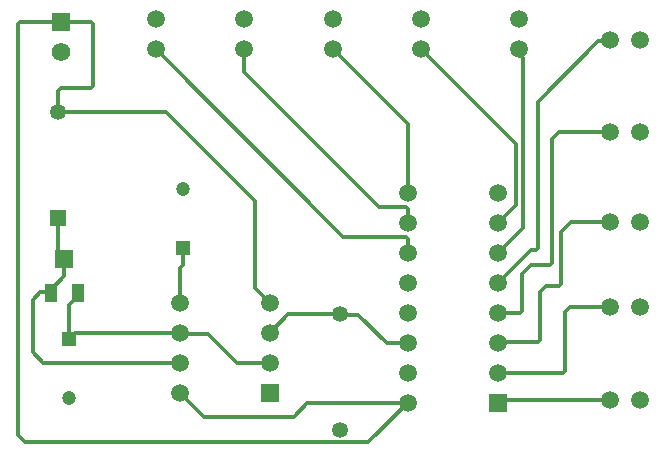
<source format=gbr>
%TF.GenerationSoftware,Altium Limited,Altium Designer,22.8.2 (66)*%
G04 Layer_Physical_Order=1*
G04 Layer_Color=255*
%FSLAX45Y45*%
%MOMM*%
%TF.SameCoordinates,7D29B654-BFA4-4C5B-9AD4-86D38D862F27*%
%TF.FilePolarity,Positive*%
%TF.FileFunction,Copper,L1,Top,Signal*%
%TF.Part,Single*%
G01*
G75*
%TA.AperFunction,SMDPad,CuDef*%
%ADD10R,1.60000X1.60000*%
%ADD11R,1.10000X1.60000*%
%TA.AperFunction,Conductor*%
%ADD12C,0.30000*%
%TA.AperFunction,ComponentPad*%
%ADD13R,1.57000X1.57000*%
%ADD14C,1.57000*%
%ADD15R,1.35000X1.35000*%
%ADD16C,1.35000*%
%ADD17R,1.50000X1.50000*%
%ADD18C,1.50000*%
%ADD19C,1.20000*%
%ADD20R,1.20000X1.20000*%
D10*
X445100Y1605500D02*
D03*
D11*
X560100Y1315500D02*
D03*
X330100D02*
D03*
D12*
X3112600Y2043600D02*
X3335226D01*
X1968500Y3187700D02*
Y3378216D01*
Y3187700D02*
X3112600Y2043600D01*
X1219200Y3378216D02*
X2807816Y1789600D01*
X3335226D01*
X3352800Y1905000D02*
Y2026026D01*
X3335226Y2043600D02*
X3352800Y2026026D01*
X2057400Y1358900D02*
X2184400Y1231900D01*
X2057400Y1358900D02*
Y2095500D01*
X1308100Y2844800D02*
X2057400Y2095500D01*
X400600Y2844800D02*
X1308100D01*
X3352800Y1651000D02*
Y1772026D01*
X3335226Y1789600D02*
X3352800Y1772026D01*
X4630626Y1371600D02*
X4648200Y1389174D01*
Y1828800D02*
X4737116Y1917716D01*
X4521200Y1371600D02*
X4630626D01*
X4648200Y1389174D02*
Y1828800D01*
X2501900Y381000D02*
X3352800D01*
X2387600Y266700D02*
X2501900Y381000D01*
X1625600Y266700D02*
X2387600D01*
X1422400Y469900D02*
X1625600Y266700D01*
X1905000Y723900D02*
X2184400D01*
X1435100Y965200D02*
X1663700D01*
X1905000Y723900D01*
X1447800Y1549400D02*
Y1693100D01*
X1422400Y1524000D02*
X1447800Y1549400D01*
X1422400Y1231900D02*
Y1524000D01*
Y1667700D02*
X1447800Y1693100D01*
X115300Y49800D02*
X3021600D01*
X395100Y1655500D02*
Y1950300D01*
Y1655500D02*
X445100Y1605500D01*
X4457700Y1693974D02*
Y2933700D01*
X4968413Y3444413D02*
X5056513D01*
X4457700Y2933700D02*
X4968413Y3444413D01*
X5056513D02*
X5067316Y3455216D01*
X414600Y3606800D02*
X668226D01*
X685800Y3589226D01*
Y3065574D02*
Y3589226D01*
X419100Y3048000D02*
X668226D01*
X685800Y3065574D01*
X395100Y2850300D02*
Y3024000D01*
X419100Y3048000D01*
X324800Y1335200D02*
X445100Y1455500D01*
X324800Y1320800D02*
Y1335200D01*
X445100Y1455500D02*
Y1605500D01*
X177800Y1257300D02*
X241300Y1320800D01*
X177800Y812800D02*
Y1257300D01*
Y812800D02*
X266700Y723900D01*
X50800Y114300D02*
Y3589226D01*
X68374Y3606800D01*
X50800Y114300D02*
X115300Y49800D01*
X68374Y3606800D02*
X414600D01*
X1422400Y977900D02*
X1435100Y965200D01*
X395100Y2850300D02*
X400600Y2844800D01*
X3021600Y49800D02*
X3352800Y381000D01*
X2344200Y1137700D02*
X2781300D01*
X2184400Y977900D02*
X2344200Y1137700D01*
X241300Y1320800D02*
X324800D01*
X266700Y723900D02*
X1422400D01*
X537400Y977900D02*
X1422400D01*
X482600Y923100D02*
X537400Y977900D01*
X482600Y1213000D02*
X560100Y1290500D01*
Y1315500D01*
X482600Y923100D02*
Y1213000D01*
X2781300Y1137700D02*
X2788700Y1130300D01*
X2933700D01*
X3175000Y889000D02*
X3352800D01*
X2933700Y1130300D02*
X3175000Y889000D01*
X3352800Y2159000D02*
Y2743200D01*
X2717784Y3378216D02*
X3352800Y2743200D01*
X4267200Y2057400D02*
Y2578100D01*
X3467084Y3378216D02*
X4267200Y2578100D01*
X4114800Y1905000D02*
X4267200Y2057400D01*
X4292584Y3345744D02*
Y3378216D01*
X4114800Y1651000D02*
X4330700Y1866900D01*
X4292584Y3345744D02*
X4330700Y3307628D01*
Y1866900D02*
Y3307628D01*
X4394200Y1676400D02*
X4440126D01*
X4457700Y1693974D01*
X4114800Y1397000D02*
X4394200Y1676400D01*
X4572000Y2616200D02*
X4635500Y2679700D01*
X5067316D01*
X4394200Y1549400D02*
X4554426D01*
X4572000Y1566974D01*
Y2616200D01*
X4318000Y1473200D02*
X4394200Y1549400D01*
X4114800Y1143000D02*
X4300426D01*
X4318000Y1160574D01*
Y1473200D01*
X4470400Y1320800D02*
X4521200Y1371600D01*
X4737116Y1917716D02*
X5067316D01*
X4470400Y919274D02*
Y1320800D01*
X4452826Y901700D02*
X4470400Y919274D01*
X4127500Y901700D02*
X4452826D01*
X4114800Y889000D02*
X4127500Y901700D01*
X4140216Y406416D02*
X5067316D01*
X4114800Y381000D02*
X4140216Y406416D01*
X4724416Y1193816D02*
X5067316D01*
X4686300Y1155700D02*
X4724416Y1193816D01*
X4686300Y652574D02*
Y1155700D01*
X4114800Y635000D02*
X4668726D01*
X4686300Y652574D01*
D13*
X414600Y3606800D02*
D03*
D14*
Y3352800D02*
D03*
D15*
X395100Y1950300D02*
D03*
D16*
Y2850300D02*
D03*
X2781300Y1137700D02*
D03*
Y157700D02*
D03*
D17*
X2184400Y469900D02*
D03*
X4114800Y381000D02*
D03*
D18*
X2184400Y723900D02*
D03*
Y977900D02*
D03*
Y1231900D02*
D03*
X1422400Y469900D02*
D03*
Y723900D02*
D03*
Y977900D02*
D03*
Y1231900D02*
D03*
X3352800Y2159000D02*
D03*
Y1905000D02*
D03*
Y1651000D02*
D03*
Y1397000D02*
D03*
Y1143000D02*
D03*
Y889000D02*
D03*
Y635000D02*
D03*
Y381000D02*
D03*
X4114800Y2159000D02*
D03*
Y1905000D02*
D03*
Y1651000D02*
D03*
Y1397000D02*
D03*
Y1143000D02*
D03*
Y889000D02*
D03*
Y635000D02*
D03*
X1219200Y3632216D02*
D03*
Y3378216D02*
D03*
X1968500Y3632216D02*
D03*
Y3378216D02*
D03*
X2717784Y3632216D02*
D03*
Y3378216D02*
D03*
X3467084Y3632216D02*
D03*
Y3378216D02*
D03*
X4292584Y3632216D02*
D03*
Y3378216D02*
D03*
X5321316Y3455216D02*
D03*
X5067316D02*
D03*
X5321316Y2679700D02*
D03*
X5067316D02*
D03*
X5321316Y406416D02*
D03*
X5067316D02*
D03*
X5321316Y1193816D02*
D03*
X5067316D02*
D03*
X5321316Y1917716D02*
D03*
X5067316D02*
D03*
D19*
X1447800Y2193100D02*
D03*
X482600Y423100D02*
D03*
D20*
X1447800Y1693100D02*
D03*
X482600Y923100D02*
D03*
%TF.MD5,06f2ffb4acfe22d8e430e16b90da82b4*%
M02*

</source>
